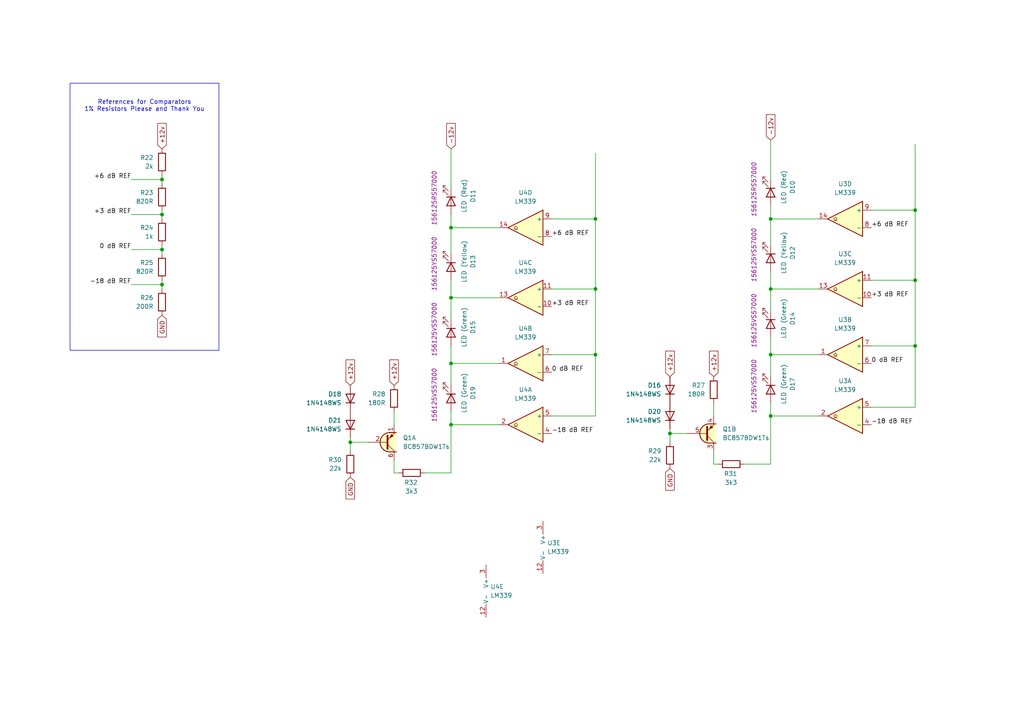
<source format=kicad_sch>
(kicad_sch (version 20231120) (generator "eeschema") (generator_version "8.0")
  (paper "A4")
  (title_block (title "Audio Thing Template") (rev "1.0") (company "velvia-fifty") (comment 1 "https://github.com/velvia-fifty/AudioThings") (comment 2 "You should have changed this already :)") (comment 4 "Stay humble"))
  (lib_symbols
    (symbol "Comparator:LM339" (pin_names (offset 0.127))
      (property "Reference" "U" (at 0 5.08 0))
      (property "Value" "LM339" (at 0 -5.08 0))
      (symbol "LM339_1_1"
        (polyline (pts (xy -5.08 5.08) (xy 5.08 0) (xy -5.08 -5.08) (xy -5.08 5.08)) (stroke (width 0.254)) (fill (type background)))
        (polyline (pts (xy 3.302 -0.508) (xy 2.794 -0.508) (xy 3.302 0) (xy 2.794 0.508) (xy 2.286 0) (xy 2.794 -0.508) (xy 2.286 -0.508)) (stroke (width 0.127)))
        (pin open_collector line (at 7.62 0 180) (length 2.54) (name "~") (number "2"))
        (pin input line (at -7.62 -2.54 0) (length 2.54) (name "-") (number "4"))
        (pin input line (at -7.62 2.54 0) (length 2.54) (name "+") (number "5"))
      )
      (symbol "LM339_2_1"
        (polyline (pts (xy -5.08 5.08) (xy 5.08 0) (xy -5.08 -5.08) (xy -5.08 5.08)) (stroke (width 0.254)) (fill (type background)))
        (polyline (pts (xy 3.302 -0.508) (xy 2.794 -0.508) (xy 3.302 0) (xy 2.794 0.508) (xy 2.286 0) (xy 2.794 -0.508) (xy 2.286 -0.508)) (stroke (width 0.127)))
        (pin open_collector line (at 7.62 0 180) (length 2.54) (name "~") (number "1"))
        (pin input line (at -7.62 -2.54 0) (length 2.54) (name "-") (number "6"))
        (pin input line (at -7.62 2.54 0) (length 2.54) (name "+") (number "7"))
      )
      (symbol "LM339_3_1"
        (polyline (pts (xy -5.08 5.08) (xy 5.08 0) (xy -5.08 -5.08) (xy -5.08 5.08)) (stroke (width 0.254)) (fill (type background)))
        (polyline (pts (xy 3.302 -0.508) (xy 2.794 -0.508) (xy 3.302 0) (xy 2.794 0.508) (xy 2.286 0) (xy 2.794 -0.508) (xy 2.286 -0.508)) (stroke (width 0.127)))
        (pin input line (at -7.62 -2.54 0) (length 2.54) (name "-") (number "10"))
        (pin input line (at -7.62 2.54 0) (length 2.54) (name "+") (number "11"))
        (pin open_collector line (at 7.62 0 180) (length 2.54) (name "~") (number "13"))
      )
      (symbol "LM339_4_1"
        (polyline (pts (xy -5.08 5.08) (xy 5.08 0) (xy -5.08 -5.08) (xy -5.08 5.08)) (stroke (width 0.254)) (fill (type background)))
        (polyline (pts (xy 3.302 -0.508) (xy 2.794 -0.508) (xy 3.302 0) (xy 2.794 0.508) (xy 2.286 0) (xy 2.794 -0.508) (xy 2.286 -0.508)) (stroke (width 0.127)))
        (pin open_collector line (at 7.62 0 180) (length 2.54) (name "~") (number "14"))
        (pin input line (at -7.62 -2.54 0) (length 2.54) (name "-") (number "8"))
        (pin input line (at -7.62 2.54 0) (length 2.54) (name "+") (number "9"))
      )
      (symbol "LM339_5_1"
        (pin power_in line (at -2.54 -7.62 90) (length 3.81) (name "V-") (number "12"))
        (pin power_in line (at -2.54 7.62 270) (length 3.81) (name "V+") (number "3"))
      )
    )
    (symbol "Device:LED" (pin_numbers hide) (pin_names (offset 1.016) hide)
      (property "Reference" "D" (at 0 2.54 0))
      (property "Value" "LED" (at 0 -2.54 0))
      (symbol "LED_0_1"
        (polyline (pts (xy -1.27 -1.27) (xy -1.27 1.27)) (stroke (width 0.254)))
        (polyline (pts (xy -1.27 0) (xy 1.27 0)))
        (polyline (pts (xy 1.27 -1.27) (xy 1.27 1.27) (xy -1.27 0) (xy 1.27 -1.27)) (stroke (width 0.254)))
        (polyline (pts (xy -3.048 -0.762) (xy -4.572 -2.286) (xy -3.81 -2.286) (xy -4.572 -2.286) (xy -4.572 -1.524)))
        (polyline (pts (xy -1.778 -0.762) (xy -3.302 -2.286) (xy -2.54 -2.286) (xy -3.302 -2.286) (xy -3.302 -1.524)))
      )
      (symbol "LED_1_1"
        (pin passive line (at -3.81 0 0) (length 2.54) (name "K") (number "1"))
        (pin passive line (at 3.81 0 180) (length 2.54) (name "A") (number "2"))
      )
    )
    (symbol "Device:R" (pin_numbers hide) (pin_names (offset 0))
      (property "Reference" "R" (at 2.032 0 90))
      (property "Value" "R" (at 0 0 90))
      (symbol "R_0_1"
        (rectangle (start -1.016 -2.54) (end 1.016 2.54) (stroke (width 0.254)))
      )
      (symbol "R_1_1"
        (pin passive line (at 0 3.81 270) (length 1.27) (name "~") (number "1"))
        (pin passive line (at 0 -3.81 90) (length 1.27) (name "~") (number "2"))
      )
    )
    (symbol "Diode:1N4148WS" (pin_numbers hide) (pin_names hide)
      (property "Reference" "D" (at 0 2.54 0))
      (property "Value" "1N4148WS" (at 0 -2.54 0))
      (symbol "1N4148WS_0_1"
        (polyline (pts (xy -1.27 1.27) (xy -1.27 -1.27)) (stroke (width 0.254)))
        (polyline (pts (xy 1.27 0) (xy -1.27 0)))
        (polyline (pts (xy 1.27 1.27) (xy 1.27 -1.27) (xy -1.27 0) (xy 1.27 1.27)) (stroke (width 0.254)))
      )
      (symbol "1N4148WS_1_1"
        (pin passive line (at -3.81 0 0) (length 2.54) (name "K") (number "1"))
        (pin passive line (at 3.81 0 180) (length 2.54) (name "A") (number "2"))
      )
    )
    (symbol "PCM_Transistor_BJT_AKL:BC857BDW1Ts" (pin_names (offset 1.016) hide)
      (property "Reference" "Q" (at 2.54 1.27 0))
      (property "Value" "BC857BDW1Ts" (at 2.54 -1.27 0))
      (symbol "BC857BDW1Ts_1_1"
        (polyline (pts (xy -0.635 -0.635) (xy 1.27 -2.54)))
        (polyline (pts (xy 0 -2.794) (xy 1.905 -2.794)) (stroke (width 0.254)))
        (polyline (pts (xy 0 2.794) (xy 1.905 2.794)) (stroke (width 0.254)))
        (polyline (pts (xy -0.635 -1.905) (xy -0.635 1.905) (xy -0.635 1.905)) (stroke (width 0.508)))
        (polyline (pts (xy -0.635 0.635) (xy 1.27 2.54) (xy 1.27 2.54)))
        (polyline (pts (xy 1.016 1.778) (xy 0.508 2.286) (xy 0 1.27) (xy 1.016 1.778) (xy 1.016 1.778)) (fill (type outline)))
        (polyline (pts (xy 1.905 -2.794) (xy -0.254 -2.794) (xy -1.397 -2.413) (xy -2.286 -1.651) (xy -2.667 -0.762) (xy -2.794 0.127) (xy -2.54 1.143) (xy -2.032 1.905) (xy -1.397 2.413) (xy -0.508 2.794) (xy 1.905 2.794)) (fill (type background)))
        (arc (start 0 2.794) (mid -2.7819 0) (end 0 -2.794) (stroke (width 0.254)))
        (pin passive line (at 1.27 5.08 270) (length 2.54) (name "E1") (number "1"))
        (pin input line (at -6.35 0 0) (length 5.715) (name "B1") (number "2"))
        (pin passive line (at 1.27 -5.08 90) (length 2.54) (name "C1") (number "6"))
      )
      (symbol "BC857BDW1Ts_2_1"
        (polyline (pts (xy -0.635 -0.635) (xy 1.27 -2.54)))
        (polyline (pts (xy 0 -2.794) (xy 1.905 -2.794)) (stroke (width 0.254)))
        (polyline (pts (xy 0 2.794) (xy 1.905 2.794)) (stroke (width 0.254)))
        (polyline (pts (xy -0.635 -1.905) (xy -0.635 1.905) (xy -0.635 1.905)) (stroke (width 0.508)))
        (polyline (pts (xy -0.635 0.635) (xy 1.27 2.54) (xy 1.27 2.54)))
        (polyline (pts (xy 1.016 1.778) (xy 0.508 2.286) (xy 0 1.27) (xy 1.016 1.778) (xy 1.016 1.778)) (fill (type outline)))
        (polyline (pts (xy 1.905 -2.794) (xy -0.254 -2.794) (xy -1.397 -2.413) (xy -2.286 -1.651) (xy -2.667 -0.762) (xy -2.794 0.127) (xy -2.54 1.143) (xy -2.032 1.905) (xy -1.397 2.413) (xy -0.508 2.794) (xy 1.905 2.794)) (fill (type background)))
        (arc (start 0 2.794) (mid -2.7819 0) (end 0 -2.794) (stroke (width 0.254)))
        (pin passive line (at 1.27 -5.08 90) (length 2.54) (name "C2") (number "3"))
        (pin passive line (at 1.27 5.08 270) (length 2.54) (name "E2") (number "4"))
        (pin input line (at -6.35 0 0) (length 5.715) (name "B2") (number "5"))
      )
    )
  )
  (junction (at 130.81 66.04))
  (junction (at 101.6 128.27))
  (junction (at 172.72 102.87))
  (junction (at 223.52 83.82))
  (junction (at 265.43 60.96))
  (junction (at 130.81 105.41))
  (junction (at 130.81 86.36))
  (junction (at 265.43 81.28))
  (junction (at 130.81 123.19))
  (junction (at 46.99 52.07))
  (junction (at 223.52 102.87))
  (junction (at 172.72 83.82))
  (junction (at 46.99 72.39))
  (junction (at 194.31 125.73))
  (junction (at 46.99 62.23))
  (junction (at 46.99 82.55))
  (junction (at 223.52 120.65))
  (junction (at 223.52 63.5))
  (junction (at 172.72 63.5))
  (junction (at 265.43 100.33))
  (wire (pts (xy 252.73 81.28) (xy 265.43 81.28)))
  (wire (pts (xy 223.52 120.65) (xy 237.49 120.65)))
  (wire (pts (xy 130.81 123.19) (xy 130.81 137.16)))
  (wire (pts (xy 265.43 100.33) (xy 265.43 118.11)))
  (wire (pts (xy 172.72 102.87) (xy 172.72 120.65)))
  (wire (pts (xy 101.6 127) (xy 101.6 128.27)))
  (wire (pts (xy 252.73 60.96) (xy 265.43 60.96)))
  (wire (pts (xy 130.81 86.36) (xy 130.81 92.71)))
  (wire (pts (xy 172.72 63.5) (xy 172.72 83.82)))
  (wire (pts (xy 265.43 60.96) (xy 265.43 81.28)))
  (wire (pts (xy 38.1 82.55) (xy 46.99 82.55)))
  (wire (pts (xy 223.52 78.74) (xy 223.52 83.82)))
  (wire (pts (xy 223.52 102.87) (xy 223.52 109.22)))
  (wire (pts (xy 38.1 52.07) (xy 46.99 52.07)))
  (wire (pts (xy 265.43 41.91) (xy 265.43 60.96)))
  (wire (pts (xy 208.28 134.62) (xy 207.01 134.62)))
  (wire (pts (xy 223.52 102.87) (xy 237.49 102.87)))
  (wire (pts (xy 223.52 59.69) (xy 223.52 63.5)))
  (wire (pts (xy 223.52 120.65) (xy 223.52 134.62)))
  (wire (pts (xy 194.31 128.27) (xy 194.31 125.73)))
  (wire (pts (xy 252.73 100.33) (xy 265.43 100.33)))
  (wire (pts (xy 46.99 82.55) (xy 46.99 83.82)))
  (wire (pts (xy 101.6 130.81) (xy 101.6 128.27)))
  (wire (pts (xy 114.3 137.16) (xy 114.3 133.35)))
  (wire (pts (xy 130.81 105.41) (xy 130.81 111.76)))
  (wire (pts (xy 123.19 137.16) (xy 130.81 137.16)))
  (wire (pts (xy 160.02 102.87) (xy 172.72 102.87)))
  (wire (pts (xy 223.52 40.64) (xy 223.52 52.07)))
  (wire (pts (xy 130.81 66.04) (xy 144.78 66.04)))
  (wire (pts (xy 46.99 52.07) (xy 46.99 53.34)))
  (wire (pts (xy 46.99 62.23) (xy 46.99 63.5)))
  (wire (pts (xy 46.99 71.12) (xy 46.99 72.39)))
  (wire (pts (xy 38.1 72.39) (xy 46.99 72.39)))
  (wire (pts (xy 223.52 97.79) (xy 223.52 102.87)))
  (wire (pts (xy 130.81 123.19) (xy 144.78 123.19)))
  (wire (pts (xy 194.31 125.73) (xy 199.39 125.73)))
  (wire (pts (xy 172.72 83.82) (xy 172.72 102.87)))
  (wire (pts (xy 215.9 134.62) (xy 223.52 134.62)))
  (wire (pts (xy 46.99 50.8) (xy 46.99 52.07)))
  (wire (pts (xy 160.02 63.5) (xy 172.72 63.5)))
  (wire (pts (xy 207.01 116.84) (xy 207.01 120.65)))
  (wire (pts (xy 207.01 134.62) (xy 207.01 130.81)))
  (wire (pts (xy 101.6 128.27) (xy 106.68 128.27)))
  (wire (pts (xy 130.81 86.36) (xy 144.78 86.36)))
  (wire (pts (xy 194.31 124.46) (xy 194.31 125.73)))
  (wire (pts (xy 46.99 81.28) (xy 46.99 82.55)))
  (wire (pts (xy 160.02 120.65) (xy 172.72 120.65)))
  (wire (pts (xy 160.02 83.82) (xy 172.72 83.82)))
  (wire (pts (xy 130.81 62.23) (xy 130.81 66.04)))
  (wire (pts (xy 130.81 81.28) (xy 130.81 86.36)))
  (wire (pts (xy 223.52 83.82) (xy 223.52 90.17)))
  (wire (pts (xy 46.99 60.96) (xy 46.99 62.23)))
  (wire (pts (xy 46.99 72.39) (xy 46.99 73.66)))
  (wire (pts (xy 115.57 137.16) (xy 114.3 137.16)))
  (wire (pts (xy 130.81 105.41) (xy 144.78 105.41)))
  (wire (pts (xy 223.52 63.5) (xy 237.49 63.5)))
  (wire (pts (xy 252.73 118.11) (xy 265.43 118.11)))
  (wire (pts (xy 130.81 100.33) (xy 130.81 105.41)))
  (wire (pts (xy 130.81 119.38) (xy 130.81 123.19)))
  (wire (pts (xy 223.52 83.82) (xy 237.49 83.82)))
  (wire (pts (xy 130.81 43.18) (xy 130.81 54.61)))
  (wire (pts (xy 114.3 119.38) (xy 114.3 123.19)))
  (wire (pts (xy 172.72 44.45) (xy 172.72 63.5)))
  (wire (pts (xy 38.1 62.23) (xy 46.99 62.23)))
  (wire (pts (xy 130.81 66.04) (xy 130.81 73.66)))
  (wire (pts (xy 223.52 116.84) (xy 223.52 120.65)))
  (wire (pts (xy 223.52 63.5) (xy 223.52 71.12)))
  (wire (pts (xy 265.43 81.28) (xy 265.43 100.33)))
  (rectangle (start 20.32 24.13) (end 63.5 101.6))
  (text "References for Comparators\n1% Resistors Please and Thank You" (at 41.91 30.734 0) (effects (font (size 1.27 1.27))))
  (label "0 dB REF" (at 160.02 107.95 0))
  (label "+6 dB REF" (at 252.73 66.04 0))
  (label "-18 dB REF" (at 160.02 125.73 0))
  (label "-18 dB REF" (at 252.73 123.19 0))
  (label "+3 dB REF" (at 252.73 86.36 0))
  (label "-18 dB REF" (at 38.1 82.55 180))
  (label "+6 dB REF" (at 160.02 68.58 0))
  (label "+3 dB REF" (at 38.1 62.23 180))
  (label "+6 dB REF" (at 38.1 52.07 180))
  (label "0 dB REF" (at 252.73 105.41 0))
  (label "0 dB REF" (at 38.1 72.39 180))
  (label "+3 dB REF" (at 160.02 88.9 0))
  (global_label "+12v" (shape input) (at 207.01 109.22 90) (property "Intersheetrefs" "${INTERSHEET_REFS}" (effects (hide yes))))
  (global_label "-12v" (shape input) (at 130.81 43.18 90) (property "Intersheetrefs" "${INTERSHEET_REFS}" (effects (hide yes))))
  (global_label "GND" (shape input) (at 46.99 91.44 270) (property "Intersheetrefs" "${INTERSHEET_REFS}" (effects (hide yes))))
  (global_label "+12v" (shape input) (at 194.31 109.22 90) (property "Intersheetrefs" "${INTERSHEET_REFS}" (effects (hide yes))))
  (global_label "GND" (shape input) (at 194.31 135.89 270) (property "Intersheetrefs" "${INTERSHEET_REFS}" (effects (hide yes))))
  (global_label "+12v" (shape input) (at 46.99 43.18 90) (property "Intersheetrefs" "${INTERSHEET_REFS}" (effects (hide yes))))
  (global_label "-12v" (shape input) (at 223.52 40.64 90) (property "Intersheetrefs" "${INTERSHEET_REFS}" (effects (hide yes))))
  (global_label "+12v" (shape input) (at 114.3 111.76 90) (property "Intersheetrefs" "${INTERSHEET_REFS}" (effects (hide yes))))
  (global_label "GND" (shape input) (at 101.6 138.43 270) (property "Intersheetrefs" "${INTERSHEET_REFS}" (effects (hide yes))))
  (global_label "+12v" (shape input) (at 101.6 111.76 90) (property "Intersheetrefs" "${INTERSHEET_REFS}" (effects (hide yes))))
  (symbol (lib_id "Diode:1N4148WS") (at 101.6 123.19 270) (mirror x) (unit 1)
    (property "Reference" "D21" (at 99.06 121.9199 90) (effects (justify right)))
    (property "Value" "1N4148WS" (at 99.06 124.4599 90) (effects (justify right)))
    (property "Footprint" "Diode_SMD:D_SOD-323" (effects (hide yes)))
    (property "Datasheet" "https://www.vishay.com/docs/85751/1n4148ws.pdf" (effects (hide yes)))
    (property "Description" "75V 0.15A Fast switching Diode, SOD-323" (effects (hide yes)))
    (property "Sim.Device" "D" (effects (hide yes)))
    (property "Sim.Pins" "1=K 2=A" (effects (hide yes)))
  )
  (symbol (lib_id "Comparator:LM339") (at 152.4 86.36 0) (mirror y) (unit 3)
    (property "Reference" "U4" (at 152.4 76.2 0))
    (property "Value" "LM339" (at 152.4 78.74 0))
    (property "Footprint" "Package_SO:TSSOP-14_4.4x5mm_P0.65mm" (effects (hide yes)))
    (property "Datasheet" "https://www.st.com/resource/en/datasheet/lm139.pdf" (effects (hide yes)))
    (property "Description" "Quad Differential Comparators, SOIC-14/TSSOP-14" (effects (hide yes)))
  )
  (symbol (lib_id "Device:R") (at 207.01 113.03 0) (mirror x) (unit 1)
    (property "Reference" "R27" (at 204.5516 111.7599 0) (effects (justify right)))
    (property "Value" "180R" (at 204.5516 114.2999 0) (effects (justify right)))
    (property "Footprint" "Resistor_SMD:R_0805_2012Metric_Pad1.20x1.40mm_HandSolder" (effects (hide yes)))
    (property "Description" "Resistor" (effects (hide yes)))
  )
  (symbol (lib_id "Diode:1N4148WS") (at 194.31 120.65 270) (mirror x) (unit 1)
    (property "Reference" "D20" (at 191.77 119.3799 90) (effects (justify right)))
    (property "Value" "1N4148WS" (at 191.77 121.9199 90) (effects (justify right)))
    (property "Footprint" "Diode_SMD:D_SOD-323" (effects (hide yes)))
    (property "Datasheet" "https://www.vishay.com/docs/85751/1n4148ws.pdf" (effects (hide yes)))
    (property "Description" "75V 0.15A Fast switching Diode, SOD-323" (effects (hide yes)))
    (property "Sim.Device" "D" (effects (hide yes)))
    (property "Sim.Pins" "1=K 2=A" (effects (hide yes)))
  )
  (symbol (lib_id "Device:LED") (at 223.52 74.93 270) (unit 1)
    (property "Reference" "D12" (at 229.87 73.3425 0))
    (property "Value" "LED (Yellow)" (at 227.33 73.3425 0))
    (property "Footprint" "AT-Footprints:WL-SMRD_1205" (effects (hide yes)))
    (property "Description" "Light emitting diode" (effects (hide yes)))
    (property "Field5" "156125YS57000" (at 218.694 73.914 0) (effects (font (italic yes))))
  )
  (symbol (lib_id "Device:LED") (at 223.52 55.88 270) (unit 1)
    (property "Reference" "D10" (at 229.87 54.2925 0))
    (property "Value" "LED (Red)" (at 227.33 54.2925 0))
    (property "Footprint" "AT-Footprints:WL-SMRD_1205" (effects (hide yes)))
    (property "Description" "Light emitting diode" (effects (hide yes)))
    (property "Field5" "156125RS57000" (at 218.694 54.864 0) (effects (font (italic yes))))
  )
  (symbol (lib_id "Device:R") (at 194.31 132.08 0) (mirror x) (unit 1)
    (property "Reference" "R29" (at 191.8516 130.8099 0) (effects (justify right)))
    (property "Value" "22k" (at 191.8516 133.3499 0) (effects (justify right)))
    (property "Footprint" "Resistor_SMD:R_0805_2012Metric_Pad1.20x1.40mm_HandSolder" (effects (hide yes)))
    (property "Description" "Resistor" (effects (hide yes)))
  )
  (symbol (lib_id "Comparator:LM339") (at 245.11 83.82 0) (mirror y) (unit 3)
    (property "Reference" "U3" (at 245.11 73.66 0))
    (property "Value" "LM339" (at 245.11 76.2 0))
    (property "Footprint" "Package_SO:TSSOP-14_4.4x5mm_P0.65mm" (effects (hide yes)))
    (property "Datasheet" "https://www.st.com/resource/en/datasheet/lm139.pdf" (effects (hide yes)))
    (property "Description" "Quad Differential Comparators, SOIC-14/TSSOP-14" (effects (hide yes)))
  )
  (symbol (lib_id "Device:R") (at 46.99 46.99 0) (mirror x) (unit 1)
    (property "Reference" "R22" (at 44.5316 45.7199 0) (effects (justify right)))
    (property "Value" "2k" (at 44.5316 48.2599 0) (effects (justify right)))
    (property "Footprint" "Resistor_SMD:R_0805_2012Metric_Pad1.20x1.40mm_HandSolder" (effects (hide yes)))
    (property "Description" "Resistor" (effects (hide yes)))
  )
  (symbol (lib_id "Device:LED") (at 130.81 58.42 270) (unit 1)
    (property "Reference" "D11" (at 137.16 56.8325 0))
    (property "Value" "LED (Red)" (at 134.62 56.8325 0))
    (property "Footprint" "AT-Footprints:WL-SMRD_1205" (effects (hide yes)))
    (property "Description" "Light emitting diode" (effects (hide yes)))
    (property "Field5" "156125RS57000" (at 125.984 57.404 0) (effects (font (italic yes))))
  )
  (symbol (lib_id "Diode:1N4148WS") (at 194.31 113.03 270) (mirror x) (unit 1)
    (property "Reference" "D16" (at 191.77 111.7599 90) (effects (justify right)))
    (property "Value" "1N4148WS" (at 191.77 114.2999 90) (effects (justify right)))
    (property "Footprint" "Diode_SMD:D_SOD-323" (effects (hide yes)))
    (property "Datasheet" "https://www.vishay.com/docs/85751/1n4148ws.pdf" (effects (hide yes)))
    (property "Description" "75V 0.15A Fast switching Diode, SOD-323" (effects (hide yes)))
    (property "Sim.Device" "D" (effects (hide yes)))
    (property "Sim.Pins" "1=K 2=A" (effects (hide yes)))
  )
  (symbol (lib_id "Device:LED") (at 130.81 77.47 270) (unit 1)
    (property "Reference" "D13" (at 137.16 75.8825 0))
    (property "Value" "LED (Yellow)" (at 134.62 75.8825 0))
    (property "Footprint" "AT-Footprints:WL-SMRD_1205" (effects (hide yes)))
    (property "Description" "Light emitting diode" (effects (hide yes)))
    (property "Field5" "156125YS57000" (at 125.984 76.454 0) (effects (font (italic yes))))
  )
  (symbol (lib_id "Comparator:LM339") (at 245.11 63.5 0) (mirror y) (unit 4)
    (property "Reference" "U3" (at 245.11 53.34 0))
    (property "Value" "LM339" (at 245.11 55.88 0))
    (property "Footprint" "Package_SO:TSSOP-14_4.4x5mm_P0.65mm" (effects (hide yes)))
    (property "Datasheet" "https://www.st.com/resource/en/datasheet/lm139.pdf" (effects (hide yes)))
    (property "Description" "Quad Differential Comparators, SOIC-14/TSSOP-14" (effects (hide yes)))
  )
  (symbol (lib_id "Device:R") (at 101.6 134.62 0) (mirror x) (unit 1)
    (property "Reference" "R30" (at 99.1416 133.3499 0) (effects (justify right)))
    (property "Value" "22k" (at 99.1416 135.8899 0) (effects (justify right)))
    (property "Footprint" "Resistor_SMD:R_0805_2012Metric_Pad1.20x1.40mm_HandSolder" (effects (hide yes)))
    (property "Description" "Resistor" (effects (hide yes)))
  )
  (symbol (lib_id "Diode:1N4148WS") (at 101.6 115.57 270) (mirror x) (unit 1)
    (property "Reference" "D18" (at 99.06 114.2999 90) (effects (justify right)))
    (property "Value" "1N4148WS" (at 99.06 116.8399 90) (effects (justify right)))
    (property "Footprint" "Diode_SMD:D_SOD-323" (effects (hide yes)))
    (property "Datasheet" "https://www.vishay.com/docs/85751/1n4148ws.pdf" (effects (hide yes)))
    (property "Description" "75V 0.15A Fast switching Diode, SOD-323" (effects (hide yes)))
    (property "Sim.Device" "D" (effects (hide yes)))
    (property "Sim.Pins" "1=K 2=A" (effects (hide yes)))
  )
  (symbol (lib_id "Device:LED") (at 223.52 93.98 270) (unit 1)
    (property "Reference" "D14" (at 229.87 92.3925 0))
    (property "Value" "LED (Green)" (at 227.33 92.3925 0))
    (property "Footprint" "AT-Footprints:WL-SMRD_1205" (effects (hide yes)))
    (property "Description" "Light emitting diode" (effects (hide yes)))
    (property "Field5" "156125VS57000" (at 218.694 92.964 0) (effects (font (italic yes))))
  )
  (symbol (lib_id "Device:R") (at 212.09 134.62 270) (mirror x) (unit 1)
    (property "Reference" "R31" (at 213.868 137.414 90) (effects (justify right)))
    (property "Value" "3k3" (at 213.868 139.954 90) (effects (justify right)))
    (property "Footprint" "Resistor_SMD:R_0805_2012Metric_Pad1.20x1.40mm_HandSolder" (effects (hide yes)))
    (property "Description" "Resistor" (effects (hide yes)))
  )
  (symbol (lib_id "Device:LED") (at 223.52 113.03 270) (unit 1)
    (property "Reference" "D17" (at 229.87 111.4425 0))
    (property "Value" "LED (Green)" (at 227.33 111.4425 0))
    (property "Footprint" "AT-Footprints:WL-SMRD_1205" (effects (hide yes)))
    (property "Description" "Light emitting diode" (effects (hide yes)))
    (property "Field5" "156125VS57000" (at 218.694 112.014 0) (effects (font (italic yes))))
  )
  (symbol (lib_id "Device:R") (at 114.3 115.57 0) (mirror x) (unit 1)
    (property "Reference" "R28" (at 111.8416 114.2999 0) (effects (justify right)))
    (property "Value" "180R" (at 111.8416 116.8399 0) (effects (justify right)))
    (property "Footprint" "Resistor_SMD:R_0805_2012Metric_Pad1.20x1.40mm_HandSolder" (effects (hide yes)))
    (property "Description" "Resistor" (effects (hide yes)))
  )
  (symbol (lib_id "PCM_Transistor_BJT_AKL:BC857BDW1Ts") (at 113.03 128.27 0) (unit 1)
    (property "Reference" "Q1" (at 116.84 126.9999 0) (effects (justify left)))
    (property "Value" "BC857BDW1Ts" (at 116.84 129.5399 0) (effects (justify left)))
    (property "Footprint" "PCM_Package_TO_SOT_SMD_AKL:SOT-363_SC-70-6" (effects (hide yes)))
    (property "Datasheet" "https://www.tme.eu/Document/e738dc29aefafc27c1c2508e6e1d517d/BC856UE6327.pdf" (effects (hide yes)))
    (property "Description" "Dual PNP SOT-363 transistor, 45V, 100mA, 250mW, Alternate KiCAD Library" (effects (hide yes)))
  )
  (symbol (lib_id "Comparator:LM339") (at 152.4 123.19 0) (mirror y) (unit 1)
    (property "Reference" "U4" (at 152.4 113.03 0))
    (property "Value" "LM339" (at 152.4 115.57 0))
    (property "Footprint" "Package_SO:TSSOP-14_4.4x5mm_P0.65mm" (effects (hide yes)))
    (property "Datasheet" "https://www.st.com/resource/en/datasheet/lm139.pdf" (effects (hide yes)))
    (property "Description" "Quad Differential Comparators, SOIC-14/TSSOP-14" (effects (hide yes)))
  )
  (symbol (lib_id "Device:LED") (at 130.81 115.57 270) (unit 1)
    (property "Reference" "D19" (at 137.16 113.9825 0))
    (property "Value" "LED (Green)" (at 134.62 113.9825 0))
    (property "Footprint" "AT-Footprints:WL-SMRD_1205" (effects (hide yes)))
    (property "Description" "Light emitting diode" (effects (hide yes)))
    (property "Field5" "156125VS57000" (at 125.984 114.554 0) (effects (font (italic yes))))
  )
  (symbol (lib_id "Comparator:LM339") (at 245.11 120.65 0) (mirror y) (unit 1)
    (property "Reference" "U3" (at 245.11 110.49 0))
    (property "Value" "LM339" (at 245.11 113.03 0))
    (property "Footprint" "Package_SO:TSSOP-14_4.4x5mm_P0.65mm" (effects (hide yes)))
    (property "Datasheet" "https://www.st.com/resource/en/datasheet/lm139.pdf" (effects (hide yes)))
    (property "Description" "Quad Differential Comparators, SOIC-14/TSSOP-14" (effects (hide yes)))
  )
  (symbol (lib_id "Device:LED") (at 130.81 96.52 270) (unit 1)
    (property "Reference" "D15" (at 137.16 94.9325 0))
    (property "Value" "LED (Green)" (at 134.62 94.9325 0))
    (property "Footprint" "AT-Footprints:WL-SMRD_1205" (effects (hide yes)))
    (property "Description" "Light emitting diode" (effects (hide yes)))
    (property "Field5" "156125VS57000" (at 125.984 95.504 0) (effects (font (italic yes))))
  )
  (symbol (lib_id "Device:R") (at 46.99 57.15 0) (mirror x) (unit 1)
    (property "Reference" "R23" (at 44.5316 55.8799 0) (effects (justify right)))
    (property "Value" "820R" (at 44.5316 58.4199 0) (effects (justify right)))
    (property "Footprint" "Resistor_SMD:R_0805_2012Metric_Pad1.20x1.40mm_HandSolder" (effects (hide yes)))
    (property "Description" "Resistor" (effects (hide yes)))
  )
  (symbol (lib_id "Device:R") (at 46.99 67.31 0) (mirror x) (unit 1)
    (property "Reference" "R24" (at 44.5316 66.0399 0) (effects (justify right)))
    (property "Value" "1k" (at 44.5316 68.5799 0) (effects (justify right)))
    (property "Footprint" "Resistor_SMD:R_0805_2012Metric_Pad1.20x1.40mm_HandSolder" (effects (hide yes)))
    (property "Description" "Resistor" (effects (hide yes)))
  )
  (symbol (lib_id "Comparator:LM339") (at 143.51 171.45 0) (unit 5)
    (property "Reference" "U4" (at 142.24 170.1799 0) (effects (justify left)))
    (property "Value" "LM339" (at 142.24 172.7199 0) (effects (justify left)))
    (property "Footprint" "Package_SO:TSSOP-14_4.4x5mm_P0.65mm" (effects (hide yes)))
    (property "Datasheet" "https://www.st.com/resource/en/datasheet/lm139.pdf" (effects (hide yes)))
    (property "Description" "Quad Differential Comparators, SOIC-14/TSSOP-14" (effects (hide yes)))
  )
  (symbol (lib_id "Device:R") (at 46.99 77.47 0) (mirror x) (unit 1)
    (property "Reference" "R25" (at 44.5316 76.1999 0) (effects (justify right)))
    (property "Value" "820R" (at 44.5316 78.7399 0) (effects (justify right)))
    (property "Footprint" "Resistor_SMD:R_0805_2012Metric_Pad1.20x1.40mm_HandSolder" (effects (hide yes)))
    (property "Description" "Resistor" (effects (hide yes)))
  )
  (symbol (lib_id "Comparator:LM339") (at 245.11 102.87 0) (mirror y) (unit 2)
    (property "Reference" "U3" (at 245.11 92.71 0))
    (property "Value" "LM339" (at 245.11 95.25 0))
    (property "Footprint" "Package_SO:TSSOP-14_4.4x5mm_P0.65mm" (effects (hide yes)))
    (property "Datasheet" "https://www.st.com/resource/en/datasheet/lm139.pdf" (effects (hide yes)))
    (property "Description" "Quad Differential Comparators, SOIC-14/TSSOP-14" (effects (hide yes)))
  )
  (symbol (lib_id "PCM_Transistor_BJT_AKL:BC857BDW1Ts") (at 205.74 125.73 0) (unit 2)
    (property "Reference" "Q1" (at 209.55 124.4599 0) (effects (justify left)))
    (property "Value" "BC857BDW1Ts" (at 209.55 126.9999 0) (effects (justify left)))
    (property "Footprint" "PCM_Package_TO_SOT_SMD_AKL:SOT-363_SC-70-6" (effects (hide yes)))
    (property "Datasheet" "https://www.tme.eu/Document/e738dc29aefafc27c1c2508e6e1d517d/BC856UE6327.pdf" (effects (hide yes)))
    (property "Description" "Dual PNP SOT-363 transistor, 45V, 100mA, 250mW, Alternate KiCAD Library" (effects (hide yes)))
  )
  (symbol (lib_id "Device:R") (at 119.38 137.16 270) (mirror x) (unit 1)
    (property "Reference" "R32" (at 121.158 139.954 90) (effects (justify right)))
    (property "Value" "3k3" (at 121.158 142.494 90) (effects (justify right)))
    (property "Footprint" "Resistor_SMD:R_0805_2012Metric_Pad1.20x1.40mm_HandSolder" (effects (hide yes)))
    (property "Description" "Resistor" (effects (hide yes)))
  )
  (symbol (lib_id "Comparator:LM339") (at 152.4 66.04 0) (mirror y) (unit 4)
    (property "Reference" "U4" (at 152.4 55.88 0))
    (property "Value" "LM339" (at 152.4 58.42 0))
    (property "Footprint" "Package_SO:TSSOP-14_4.4x5mm_P0.65mm" (effects (hide yes)))
    (property "Datasheet" "https://www.st.com/resource/en/datasheet/lm139.pdf" (effects (hide yes)))
    (property "Description" "Quad Differential Comparators, SOIC-14/TSSOP-14" (effects (hide yes)))
  )
  (symbol (lib_id "Comparator:LM339") (at 160.02 158.75 0) (unit 5)
    (property "Reference" "U3" (at 158.75 157.4799 0) (effects (justify left)))
    (property "Value" "LM339" (at 158.75 160.0199 0) (effects (justify left)))
    (property "Footprint" "Package_SO:TSSOP-14_4.4x5mm_P0.65mm" (effects (hide yes)))
    (property "Datasheet" "https://www.st.com/resource/en/datasheet/lm139.pdf" (effects (hide yes)))
    (property "Description" "Quad Differential Comparators, SOIC-14/TSSOP-14" (effects (hide yes)))
  )
  (symbol (lib_id "Comparator:LM339") (at 152.4 105.41 0) (mirror y) (unit 2)
    (property "Reference" "U4" (at 152.4 95.25 0))
    (property "Value" "LM339" (at 152.4 97.79 0))
    (property "Footprint" "Package_SO:TSSOP-14_4.4x5mm_P0.65mm" (effects (hide yes)))
    (property "Datasheet" "https://www.st.com/resource/en/datasheet/lm139.pdf" (effects (hide yes)))
    (property "Description" "Quad Differential Comparators, SOIC-14/TSSOP-14" (effects (hide yes)))
  )
  (symbol (lib_id "Device:R") (at 46.99 87.63 0) (mirror x) (unit 1)
    (property "Reference" "R26" (at 44.5316 86.3599 0) (effects (justify right)))
    (property "Value" "200R" (at 44.5316 88.8999 0) (effects (justify right)))
    (property "Footprint" "Resistor_SMD:R_0805_2012Metric_Pad1.20x1.40mm_HandSolder" (effects (hide yes)))
    (property "Description" "Resistor" (effects (hide yes)))
  )
)
</source>
